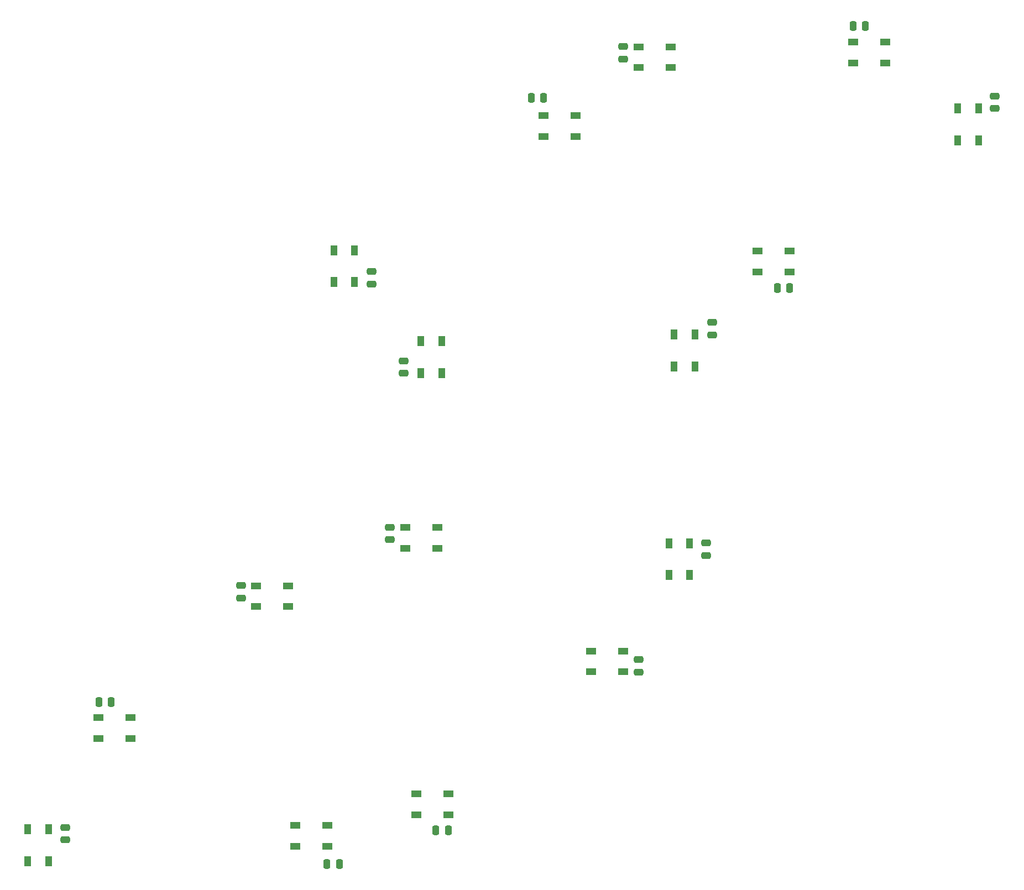
<source format=gbr>
%TF.GenerationSoftware,KiCad,Pcbnew,(6.0.1)*%
%TF.CreationDate,2022-03-23T16:25:01+01:00*%
%TF.ProjectId,pcb_v1,7063625f-7631-42e6-9b69-6361645f7063,v1*%
%TF.SameCoordinates,Original*%
%TF.FileFunction,Paste,Top*%
%TF.FilePolarity,Positive*%
%FSLAX46Y46*%
G04 Gerber Fmt 4.6, Leading zero omitted, Abs format (unit mm)*
G04 Created by KiCad (PCBNEW (6.0.1)) date 2022-03-23 16:25:01*
%MOMM*%
%LPD*%
G01*
G04 APERTURE LIST*
G04 Aperture macros list*
%AMRoundRect*
0 Rectangle with rounded corners*
0 $1 Rounding radius*
0 $2 $3 $4 $5 $6 $7 $8 $9 X,Y pos of 4 corners*
0 Add a 4 corners polygon primitive as box body*
4,1,4,$2,$3,$4,$5,$6,$7,$8,$9,$2,$3,0*
0 Add four circle primitives for the rounded corners*
1,1,$1+$1,$2,$3*
1,1,$1+$1,$4,$5*
1,1,$1+$1,$6,$7*
1,1,$1+$1,$8,$9*
0 Add four rect primitives between the rounded corners*
20,1,$1+$1,$2,$3,$4,$5,0*
20,1,$1+$1,$4,$5,$6,$7,0*
20,1,$1+$1,$6,$7,$8,$9,0*
20,1,$1+$1,$8,$9,$2,$3,0*%
G04 Aperture macros list end*
%ADD10RoundRect,0.250000X0.475000X-0.250000X0.475000X0.250000X-0.475000X0.250000X-0.475000X-0.250000X0*%
%ADD11R,1.500000X1.000000*%
%ADD12RoundRect,0.250000X-0.475000X0.250000X-0.475000X-0.250000X0.475000X-0.250000X0.475000X0.250000X0*%
%ADD13RoundRect,0.250000X-0.250000X-0.475000X0.250000X-0.475000X0.250000X0.475000X-0.250000X0.475000X0*%
%ADD14R,1.000000X1.500000*%
%ADD15RoundRect,0.250000X0.250000X0.475000X-0.250000X0.475000X-0.250000X-0.475000X0.250000X-0.475000X0*%
G04 APERTURE END LIST*
D10*
%TO.C,C13*%
X166390000Y-42720000D03*
X166390000Y-40820000D03*
%TD*%
D11*
%TO.C,D10*%
X191900000Y-75325000D03*
X191900000Y-72125000D03*
X187000000Y-72125000D03*
X187000000Y-75325000D03*
%TD*%
D12*
%TO.C,C4*%
X81000000Y-160400000D03*
X81000000Y-162300000D03*
%TD*%
D11*
%TO.C,D2*%
X110200000Y-123400000D03*
X110200000Y-126600000D03*
X115100000Y-126600000D03*
X115100000Y-123400000D03*
%TD*%
D13*
%TO.C,C14*%
X152340000Y-48670000D03*
X154240000Y-48670000D03*
%TD*%
D12*
%TO.C,C9*%
X180000000Y-83080000D03*
X180000000Y-84980000D03*
%TD*%
D14*
%TO.C,D16*%
X135425000Y-90850000D03*
X138625000Y-90850000D03*
X138625000Y-85950000D03*
X135425000Y-85950000D03*
%TD*%
D12*
%TO.C,C11*%
X223340000Y-48390000D03*
X223340000Y-50290000D03*
%TD*%
D15*
%TO.C,C5*%
X122970000Y-166030000D03*
X121070000Y-166030000D03*
%TD*%
D10*
%TO.C,C8*%
X179120000Y-118770000D03*
X179120000Y-116870000D03*
%TD*%
D11*
%TO.C,D7*%
X166375000Y-136600000D03*
X166375000Y-133400000D03*
X161475000Y-133400000D03*
X161475000Y-136600000D03*
%TD*%
%TO.C,D12*%
X201625000Y-40125000D03*
X201625000Y-43325000D03*
X206525000Y-43325000D03*
X206525000Y-40125000D03*
%TD*%
D15*
%TO.C,C12*%
X203520000Y-37660000D03*
X201620000Y-37660000D03*
%TD*%
D11*
%TO.C,D6*%
X139625000Y-158450000D03*
X139625000Y-155250000D03*
X134725000Y-155250000D03*
X134725000Y-158450000D03*
%TD*%
D12*
%TO.C,C16*%
X132830000Y-88960000D03*
X132830000Y-90860000D03*
%TD*%
D13*
%TO.C,C10*%
X190010000Y-77840000D03*
X191910000Y-77840000D03*
%TD*%
D14*
%TO.C,D4*%
X75225000Y-165575000D03*
X78425000Y-165575000D03*
X78425000Y-160675000D03*
X75225000Y-160675000D03*
%TD*%
D10*
%TO.C,C2*%
X107880000Y-125280000D03*
X107880000Y-123380000D03*
%TD*%
%TO.C,C15*%
X127920000Y-77200000D03*
X127920000Y-75300000D03*
%TD*%
D11*
%TO.C,D14*%
X154225000Y-51400000D03*
X154225000Y-54600000D03*
X159125000Y-54600000D03*
X159125000Y-51400000D03*
%TD*%
D12*
%TO.C,C7*%
X168760000Y-134720000D03*
X168760000Y-136620000D03*
%TD*%
D13*
%TO.C,C6*%
X137730000Y-160840000D03*
X139630000Y-160840000D03*
%TD*%
D15*
%TO.C,C3*%
X88040000Y-141200000D03*
X86140000Y-141200000D03*
%TD*%
D14*
%TO.C,D11*%
X220825000Y-50300000D03*
X217625000Y-50300000D03*
X217625000Y-55200000D03*
X220825000Y-55200000D03*
%TD*%
D11*
%TO.C,D1*%
X133025000Y-114450000D03*
X133025000Y-117650000D03*
X137925000Y-117650000D03*
X137925000Y-114450000D03*
%TD*%
%TO.C,D5*%
X121075000Y-163325000D03*
X121075000Y-160125000D03*
X116175000Y-160125000D03*
X116175000Y-163325000D03*
%TD*%
D14*
%TO.C,D8*%
X176600000Y-116875000D03*
X173400000Y-116875000D03*
X173400000Y-121775000D03*
X176600000Y-121775000D03*
%TD*%
D10*
%TO.C,C1*%
X130720000Y-116340000D03*
X130720000Y-114440000D03*
%TD*%
D14*
%TO.C,D9*%
X177400000Y-84950000D03*
X174200000Y-84950000D03*
X174200000Y-89850000D03*
X177400000Y-89850000D03*
%TD*%
D11*
%TO.C,D3*%
X86100000Y-143600000D03*
X86100000Y-146800000D03*
X91000000Y-146800000D03*
X91000000Y-143600000D03*
%TD*%
D14*
%TO.C,D15*%
X122100000Y-76900000D03*
X125300000Y-76900000D03*
X125300000Y-72000000D03*
X122100000Y-72000000D03*
%TD*%
D11*
%TO.C,D13*%
X168775000Y-40850000D03*
X168775000Y-44050000D03*
X173675000Y-44050000D03*
X173675000Y-40850000D03*
%TD*%
M02*

</source>
